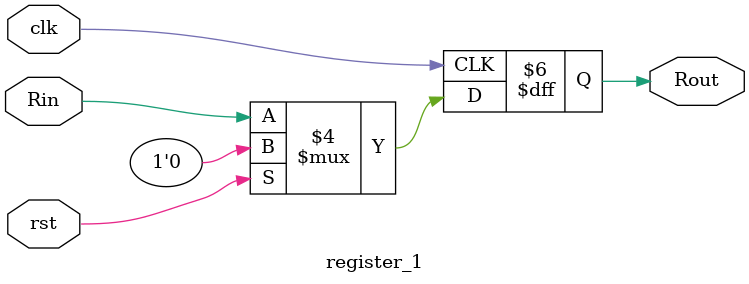
<source format=v>
`timescale 1ns / 1ps

module register_1 #(parameter SIZE = 1)(
    input clk,
    input rst,
    input [SIZE-1:0] Rin,
    output reg [SIZE-1:0]  Rout
    );  
    
    always @(posedge clk) 
    begin
    if (rst==1) begin
       Rout <= {SIZE{1'd0}};    
    end else
       Rout <= Rin; 
    end 

endmodule 



</source>
